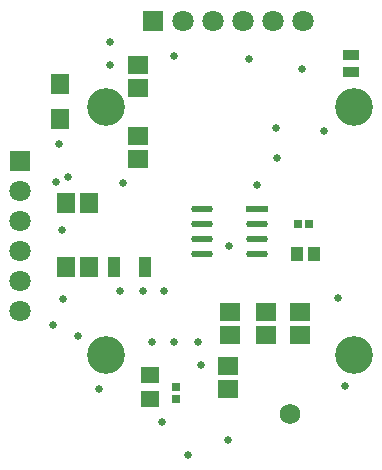
<source format=gbs>
G04*
G04 #@! TF.GenerationSoftware,Altium Limited,Altium Designer,22.10.1 (41)*
G04*
G04 Layer_Color=16711935*
%FSLAX42Y42*%
%MOMM*%
G71*
G04*
G04 #@! TF.SameCoordinates,D2B3F530-26F6-4905-BC13-EF821CD2D141*
G04*
G04*
G04 #@! TF.FilePolarity,Negative*
G04*
G01*
G75*
%ADD19R,0.67X0.72*%
%ADD20R,0.72X0.67*%
%ADD36R,1.75X1.55*%
%ADD38R,1.55X1.75*%
%ADD42C,3.20*%
%ADD43C,1.80*%
%ADD44R,1.80X1.80*%
%ADD45R,1.80X1.80*%
%ADD46C,1.73*%
%ADD47C,0.66*%
%ADD58R,1.01X1.26*%
%ADD61R,1.55X1.75*%
%ADD62R,1.87X0.54*%
G04:AMPARAMS|DCode=63|XSize=1.87mm|YSize=0.54mm|CornerRadius=0.27mm|HoleSize=0mm|Usage=FLASHONLY|Rotation=180.000|XOffset=0mm|YOffset=0mm|HoleType=Round|Shape=RoundedRectangle|*
%AMROUNDEDRECTD63*
21,1,1.87,0.00,0,0,180.0*
21,1,1.33,0.54,0,0,180.0*
1,1,0.54,-0.67,0.00*
1,1,0.54,0.67,0.00*
1,1,0.54,0.67,0.00*
1,1,0.54,-0.67,0.00*
%
%ADD63ROUNDEDRECTD63*%
%ADD64R,1.35X0.95*%
%ADD65R,1.10X1.75*%
%ADD66R,1.65X1.40*%
D19*
X9068Y6388D02*
D03*
Y6292D02*
D03*
D20*
X10195Y7772D02*
D03*
X10099D02*
D03*
D36*
X9512Y6566D02*
D03*
Y6371D02*
D03*
X8750Y9119D02*
D03*
Y8924D02*
D03*
X9830Y6828D02*
D03*
Y7023D02*
D03*
X10122Y6828D02*
D03*
Y7023D02*
D03*
X9525Y6828D02*
D03*
Y7023D02*
D03*
X8750Y8518D02*
D03*
Y8323D02*
D03*
D38*
X8136Y7950D02*
D03*
X8331D02*
D03*
X8141Y7404D02*
D03*
X8336D02*
D03*
D42*
X8475Y8759D02*
D03*
X10575D02*
D03*
Y6659D02*
D03*
X8475D02*
D03*
D43*
X7747Y7544D02*
D03*
Y8052D02*
D03*
Y7798D02*
D03*
Y7290D02*
D03*
Y7036D02*
D03*
X9639Y9487D02*
D03*
X9131D02*
D03*
X9385D02*
D03*
X9893D02*
D03*
X10147D02*
D03*
D44*
X7747Y8306D02*
D03*
D45*
X8877Y9487D02*
D03*
D46*
X10033Y6160D02*
D03*
D47*
X8954Y6096D02*
D03*
X9512Y5944D02*
D03*
X8623Y8115D02*
D03*
X9055Y9195D02*
D03*
X8153Y8166D02*
D03*
X9690Y9165D02*
D03*
X9919Y8585D02*
D03*
X8420Y6375D02*
D03*
X9169Y5817D02*
D03*
X9523Y7582D02*
D03*
X10442Y7144D02*
D03*
X10325Y8560D02*
D03*
X9757Y8103D02*
D03*
X9922Y8331D02*
D03*
X10135Y9081D02*
D03*
X8509Y9309D02*
D03*
Y9119D02*
D03*
X8077Y8446D02*
D03*
X8052Y8126D02*
D03*
X8103Y7722D02*
D03*
X8598Y7201D02*
D03*
X8788D02*
D03*
X8966D02*
D03*
X8865Y6769D02*
D03*
X9055D02*
D03*
X9258D02*
D03*
X9284Y6579D02*
D03*
X10503Y6401D02*
D03*
X8242Y6820D02*
D03*
X8026Y6921D02*
D03*
X8115Y7137D02*
D03*
D58*
X10236Y7518D02*
D03*
X10096D02*
D03*
D61*
X8090Y8956D02*
D03*
Y8661D02*
D03*
D62*
X9757Y7899D02*
D03*
D63*
Y7772D02*
D03*
Y7645D02*
D03*
Y7518D02*
D03*
X9293D02*
D03*
Y7645D02*
D03*
Y7772D02*
D03*
Y7899D02*
D03*
D64*
X10554Y9055D02*
D03*
Y9205D02*
D03*
D65*
X8542Y7404D02*
D03*
X8807D02*
D03*
D66*
X8852Y6490D02*
D03*
Y6290D02*
D03*
M02*

</source>
